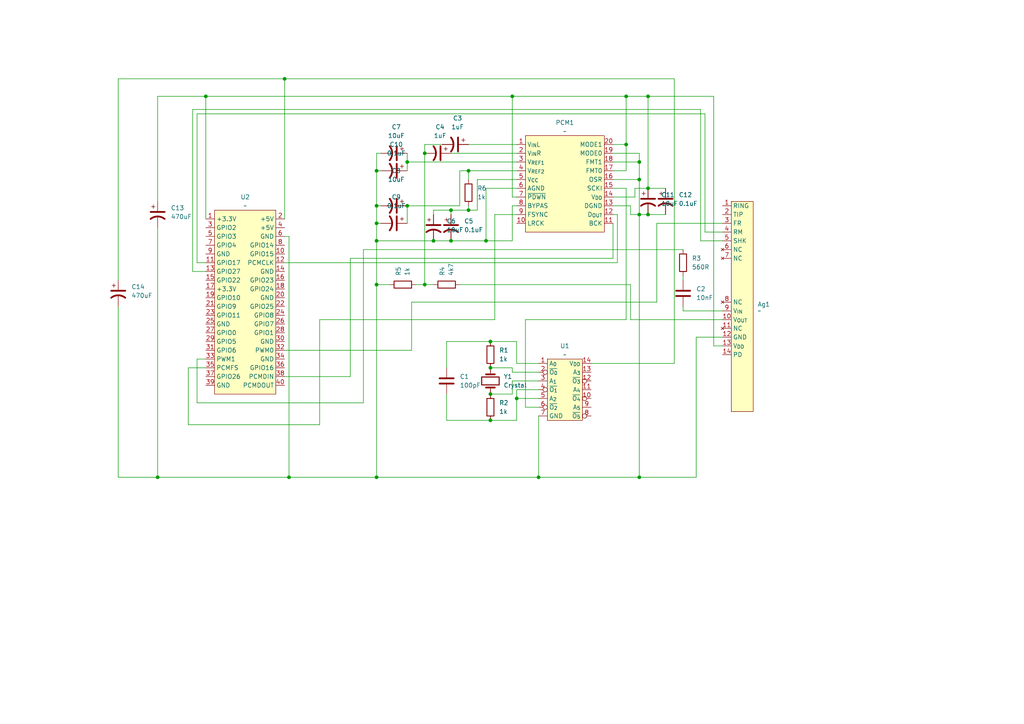
<source format=kicad_sch>
(kicad_sch (version 20231120) (generator "eeschema") (generator_version "8.0")
  (paper "A4")
  (lib_symbols
    (symbol "74xx:74F04PC"
      (property "Reference" "U" (at 0 0 0))
      (symbol "74F04PC_0_1"
        (rectangle (start -5.08 8.89) (end -5.08 8.89))
        (rectangle (start -5.08 8.89) (end 5.08 -8.89) (fill (type background)))
      )
      (symbol "74F04PC_1_1"
        (pin input line (at -7.62 7.62 0) (length 2.54) (name "A_{0}") (number "1"))
        (pin output inverted (at 7.62 -2.54 180) (length 2.54) (name "~{O_{4}}") (number "10"))
        (pin input line (at 7.62 0 180) (length 2.54) (name "A_{4}") (number "11"))
        (pin output inverted (at 7.62 2.54 180) (length 2.54) (name "~{O_{3}}") (number "12"))
        (pin input line (at 7.62 5.08 180) (length 2.54) (name "A_{3}") (number "13"))
        (pin power_in line (at 7.62 7.62 180) (length 2.54) (name "V_{DD}") (number "14"))
        (pin output inverted (at -7.62 5.08 0) (length 2.54) (name "~{O_{0}}") (number "2"))
        (pin input line (at -7.62 2.54 0) (length 2.54) (name "A_{1}") (number "3"))
        (pin output inverted (at -7.62 0 0) (length 2.54) (name "~{O_{1}}") (number "4"))
        (pin input line (at -7.62 -2.54 0) (length 2.54) (name "A_{2}") (number "5"))
        (pin output inverted (at -7.62 -5.08 0) (length 2.54) (name "~{O_{2}}") (number "6"))
        (pin power_in line (at -7.62 -7.62 0) (length 2.54) (name "GND") (number "7"))
        (pin output inverted (at 7.62 -7.62 180) (length 2.54) (name "~{O_{5}}") (number "8"))
        (pin input line (at 7.62 -5.08 180) (length 2.54) (name "A_{5}") (number "9"))
      )
    )
    (symbol "Audio:PCM1802"
      (property "Reference" "PCM1802" (at 0 0 0))
      (symbol "PCM1802_0_1"
        (rectangle (start -11.43 13.97) (end 11.43 -13.97) (fill (type background)))
      )
      (symbol "PCM1802_1_1"
        (pin input line (at -13.97 11.43 0) (length 2.54) (name "V_{IN}L") (number "1"))
        (pin bidirectional line (at -13.97 -11.43 0) (length 2.54) (name "LRCK") (number "10"))
        (pin bidirectional line (at 13.97 -11.43 180) (length 2.54) (name "BCK") (number "11"))
        (pin output line (at 13.97 -8.89 180) (length 2.54) (name "D_{OUT}") (number "12"))
        (pin power_in line (at 13.97 -6.35 180) (length 2.54) (name "DGND") (number "13"))
        (pin power_in line (at 13.97 -3.81 180) (length 2.54) (name "V_{DD}") (number "14"))
        (pin bidirectional line (at 13.97 -1.27 180) (length 2.54) (name "SCKI") (number "15"))
        (pin input line (at 13.97 1.27 180) (length 2.54) (name "OSR") (number "16"))
        (pin input line (at 13.97 3.81 180) (length 2.54) (name "FMT0") (number "17"))
        (pin input line (at 13.97 6.35 180) (length 2.54) (name "FMT1") (number "18"))
        (pin input line (at 13.97 8.89 180) (length 2.54) (name "MODE0") (number "19"))
        (pin input line (at -13.97 8.89 0) (length 2.54) (name "V_{IN}R") (number "2"))
        (pin input line (at 13.97 11.43 180) (length 2.54) (name "MODE1") (number "20"))
        (pin input line (at -13.97 6.35 0) (length 2.54) (name "V_{REF1}") (number "3"))
        (pin input line (at -13.97 3.81 0) (length 2.54) (name "V_{REF2}") (number "4"))
        (pin power_in line (at -13.97 1.27 0) (length 2.54) (name "V_{CC}") (number "5"))
        (pin power_in line (at -13.97 -1.27 0) (length 2.54) (name "AGND") (number "6"))
        (pin input line (at -13.97 -3.81 0) (length 2.54) (name "~{PDWN}") (number "7"))
        (pin input line (at -13.97 -6.35 0) (length 2.54) (name "BYPAS") (number "8"))
        (pin bidirectional line (at -13.97 -8.89 0) (length 2.54) (name "FSYNC") (number "9"))
      )
    )
    (symbol "Connector:Raspberry_Pi_W"
      (property "Reference" "U" (at 0 0 0))
      (symbol "Raspberry_Pi_W_0_1"
        (rectangle (start -8.89 26.67) (end 8.89 -26.67) (fill (type background)))
      )
      (symbol "Raspberry_Pi_W_1_1"
        (pin power_out line (at -11.43 24.13 0) (length 2.54) (name "+3.3V") (number "1"))
        (pin bidirectional line (at 11.43 13.97 180) (length 2.54) (name "GPIO15") (number "10"))
        (pin bidirectional line (at -11.43 11.43 0) (length 2.54) (name "GPIO17") (number "11"))
        (pin bidirectional line (at 11.43 11.43 180) (length 2.54) (name "PCMCLK") (number "12"))
        (pin bidirectional line (at -11.43 8.89 0) (length 2.54) (name "GPIO27") (number "13"))
        (pin power_out line (at 11.43 8.89 180) (length 2.54) (name "GND") (number "14"))
        (pin bidirectional line (at -11.43 6.35 0) (length 2.54) (name "GPIO22") (number "15"))
        (pin bidirectional line (at 11.43 6.35 180) (length 2.54) (name "GPIO23") (number "16"))
        (pin power_out line (at -11.43 3.81 0) (length 2.54) (name "+3.3V") (number "17"))
        (pin bidirectional line (at 11.43 3.81 180) (length 2.54) (name "GPIO24") (number "18"))
        (pin bidirectional line (at -11.43 1.27 0) (length 2.54) (name "GPIO10") (number "19"))
        (pin power_out line (at 11.43 24.13 180) (length 2.54) (name "+5V") (number "2"))
        (pin power_out line (at 11.43 1.27 180) (length 2.54) (name "GND") (number "20"))
        (pin bidirectional line (at -11.43 -1.27 0) (length 2.54) (name "GPIO9") (number "21"))
        (pin bidirectional line (at 11.43 -1.27 180) (length 2.54) (name "GPIO25") (number "22"))
        (pin bidirectional line (at -11.43 -3.81 0) (length 2.54) (name "GPIO11") (number "23"))
        (pin bidirectional line (at 11.43 -3.81 180) (length 2.54) (name "GPIO8") (number "24"))
        (pin power_out line (at -11.43 -6.35 0) (length 2.54) (name "GND") (number "25"))
        (pin bidirectional line (at 11.43 -6.35 180) (length 2.54) (name "GPIO7") (number "26"))
        (pin bidirectional line (at -11.43 -8.89 0) (length 2.54) (name "GPIO0") (number "27"))
        (pin bidirectional line (at 11.43 -8.89 180) (length 2.54) (name "GPIO1") (number "28"))
        (pin bidirectional line (at -11.43 -11.43 0) (length 2.54) (name "GPIO5") (number "29"))
        (pin bidirectional line (at -11.43 21.59 0) (length 2.54) (name "GPIO2") (number "3"))
        (pin power_out line (at 11.43 -11.43 180) (length 2.54) (name "GND") (number "30"))
        (pin bidirectional line (at -11.43 -13.97 0) (length 2.54) (name "GPIO6") (number "31"))
        (pin bidirectional line (at 11.43 -13.97 180) (length 2.54) (name "PWM0") (number "32"))
        (pin bidirectional line (at -11.43 -16.51 0) (length 2.54) (name "PWM1") (number "33"))
        (pin power_out line (at 11.43 -16.51 180) (length 2.54) (name "GND") (number "34"))
        (pin bidirectional line (at -11.43 -19.05 0) (length 2.54) (name "PCMFS") (number "35"))
        (pin bidirectional line (at 11.43 -19.05 180) (length 2.54) (name "GPIO16") (number "36"))
        (pin bidirectional line (at -11.43 -21.59 0) (length 2.54) (name "GPIO26") (number "37"))
        (pin bidirectional line (at 11.43 -21.59 180) (length 2.54) (name "PCMDIN") (number "38"))
        (pin power_out line (at -11.43 -24.13 0) (length 2.54) (name "GND") (number "39"))
        (pin power_out line (at 11.43 21.59 180) (length 2.54) (name "+5V") (number "4"))
        (pin bidirectional line (at 11.43 -24.13 180) (length 2.54) (name "PCMDOUT") (number "40"))
        (pin bidirectional line (at -11.43 19.05 0) (length 2.54) (name "GPIO3") (number "5"))
        (pin power_out line (at 11.43 19.05 180) (length 2.54) (name "GND") (number "6"))
        (pin bidirectional line (at -11.43 16.51 0) (length 2.54) (name "GPIO4") (number "7"))
        (pin bidirectional line (at 11.43 16.51 180) (length 2.54) (name "GPIO14") (number "8"))
        (pin power_out line (at -11.43 13.97 0) (length 2.54) (name "GND") (number "9"))
      )
    )
    (symbol "Device:C" (pin_numbers hide) (pin_names (offset 0.254))
      (property "Reference" "C" (at 0.635 2.54 0))
      (property "Value" "C" (at 0.635 -2.54 0))
      (symbol "C_0_1"
        (polyline (pts (xy -2.032 -0.762) (xy 2.032 -0.762)) (stroke (width 0.508)))
        (polyline (pts (xy -2.032 0.762) (xy 2.032 0.762)) (stroke (width 0.508)))
      )
      (symbol "C_1_1"
        (pin passive line (at 0 3.81 270) (length 2.794) (name "~") (number "1"))
        (pin passive line (at 0 -3.81 90) (length 2.794) (name "~") (number "2"))
      )
    )
    (symbol "Device:C_Polarized_US" (pin_numbers hide) (pin_names (offset 0.254) hide)
      (property "Reference" "C" (at 0.635 2.54 0))
      (property "Value" "C_Polarized_US" (at 0.635 -2.54 0))
      (symbol "C_Polarized_US_0_1"
        (polyline (pts (xy -2.032 0.762) (xy 2.032 0.762)) (stroke (width 0.508)))
        (polyline (pts (xy -1.778 2.286) (xy -0.762 2.286)))
        (polyline (pts (xy -1.27 1.778) (xy -1.27 2.794)))
        (arc (start 2.032 -1.27) (mid 0 -0.5572) (end -2.032 -1.27) (stroke (width 0.508)))
      )
      (symbol "C_Polarized_US_1_1"
        (pin passive line (at 0 3.81 270) (length 2.794) (name "~") (number "1"))
        (pin passive line (at 0 -3.81 90) (length 3.302) (name "~") (number "2"))
      )
    )
    (symbol "Device:Crystal" (pin_numbers hide) (pin_names (offset 1.016) hide)
      (property "Reference" "Y" (at 0 3.81 0))
      (property "Value" "Crystal" (at 0 -3.81 0))
      (symbol "Crystal_0_1"
        (rectangle (start -1.143 2.54) (end 1.143 -2.54) (stroke (width 0.3048)))
        (polyline (pts (xy -2.54 0) (xy -1.905 0)))
        (polyline (pts (xy -1.905 -1.27) (xy -1.905 1.27)) (stroke (width 0.508)))
        (polyline (pts (xy 1.905 -1.27) (xy 1.905 1.27)) (stroke (width 0.508)))
        (polyline (pts (xy 2.54 0) (xy 1.905 0)))
      )
      (symbol "Crystal_1_1"
        (pin passive line (at -3.81 0 0) (length 1.27) (name "1") (number "1"))
        (pin passive line (at 3.81 0 180) (length 1.27) (name "2") (number "2"))
      )
    )
    (symbol "Device:R" (pin_numbers hide) (pin_names (offset 0))
      (property "Reference" "R" (at 2.032 0 90))
      (property "Value" "R" (at 0 0 90))
      (symbol "R_0_1"
        (rectangle (start -1.016 -2.54) (end 1.016 2.54) (stroke (width 0.254)))
      )
      (symbol "R_1_1"
        (pin passive line (at 0 3.81 270) (length 1.27) (name "~") (number "1"))
        (pin passive line (at 0 -3.81 90) (length 1.27) (name "~") (number "2"))
      )
    )
    (symbol "Interface_Telecom:Ag1171"
      (property "Reference" "Ag1171" (at 0 6.858 0))
      (symbol "Ag1171_0_1"
        (rectangle (start -2.54 5.08) (end 3.81 -55.88) (fill (type background)))
      )
      (symbol "Ag1171_1_1"
        (pin bidirectional line (at -5.08 3.81 0) (length 2.54) (name "RING") (number "1"))
        (pin output line (at -5.08 -29.21 0) (length 2.54) (name "V_{OUT}") (number "10"))
        (pin no_connect line (at -5.08 -31.75 0) (length 2.54) (name "NC") (number "11"))
        (pin power_in line (at -5.08 -34.29 0) (length 2.54) (name "GND") (number "12"))
        (pin power_in line (at -5.08 -36.83 0) (length 2.54) (name "V_{DD}") (number "13"))
        (pin input line (at -5.08 -39.37 0) (length 2.54) (name "PD") (number "14"))
        (pin bidirectional line (at -5.08 1.27 0) (length 2.54) (name "TIP") (number "2"))
        (pin input line (at -5.08 -1.27 0) (length 2.54) (name "FR") (number "3"))
        (pin input line (at -5.08 -3.81 0) (length 2.54) (name "RM") (number "4"))
        (pin output line (at -5.08 -6.35 0) (length 2.54) (name "SHK") (number "5"))
        (pin no_connect line (at -5.08 -8.89 0) (length 2.54) (name "NC") (number "6"))
        (pin no_connect line (at -5.08 -11.43 0) (length 2.54) (name "NC") (number "7"))
        (pin no_connect line (at -5.08 -24.13 0) (length 2.54) (name "NC") (number "8"))
        (pin input line (at -5.08 -26.67 0) (length 2.54) (name "V_{IN}") (number "9"))
      )
    )
  )
  (junction (at 156.21 138.43))
  (junction (at 181.61 41.91))
  (junction (at 142.24 121.92))
  (junction (at 109.22 64.77))
  (junction (at 142.24 114.3))
  (junction (at 123.19 44.45))
  (junction (at 130.81 60.96))
  (junction (at 149.86 115.57))
  (junction (at 187.96 62.23))
  (junction (at 82.55 22.86))
  (junction (at 185.42 52.07))
  (junction (at 185.42 62.23))
  (junction (at 59.69 27.94))
  (junction (at 187.96 54.61))
  (junction (at 109.22 82.55))
  (junction (at 123.19 82.55))
  (junction (at 181.61 27.94))
  (junction (at 109.22 69.85))
  (junction (at 142.24 106.68))
  (junction (at 140.97 69.85))
  (junction (at 135.89 60.96))
  (junction (at 118.11 59.69))
  (junction (at 135.89 49.53))
  (junction (at 148.59 27.94))
  (junction (at 185.42 46.99))
  (junction (at 185.42 138.43))
  (junction (at 109.22 138.43))
  (junction (at 83.82 138.43))
  (junction (at 125.73 69.85))
  (junction (at 130.81 69.85))
  (junction (at 109.22 49.53))
  (junction (at 109.22 59.69))
  (junction (at 187.96 27.94))
  (junction (at 142.24 99.06))
  (junction (at 45.72 138.43))
  (junction (at 118.11 46.99))
  (wire (pts (xy 177.8 59.69) (xy 182.88 59.69)))
  (wire (pts (xy 57.15 33.02) (xy 57.15 76.2)))
  (wire (pts (xy 82.55 101.6) (xy 119.38 101.6)))
  (wire (pts (xy 181.61 54.61) (xy 177.8 54.61)))
  (wire (pts (xy 187.96 54.61) (xy 193.04 54.61)))
  (wire (pts (xy 105.41 72.39) (xy 198.12 72.39)))
  (wire (pts (xy 109.22 69.85) (xy 125.73 69.85)))
  (wire (pts (xy 133.35 59.69) (xy 133.35 49.53)))
  (wire (pts (xy 204.47 67.31) (xy 204.47 33.02)))
  (wire (pts (xy 142.24 121.92) (xy 149.86 121.92)))
  (wire (pts (xy 125.73 69.85) (xy 130.81 69.85)))
  (wire (pts (xy 123.19 44.45) (xy 123.19 82.55)))
  (wire (pts (xy 54.61 106.68) (xy 59.69 106.68)))
  (wire (pts (xy 82.55 22.86) (xy 195.58 22.86)))
  (wire (pts (xy 123.19 41.91) (xy 123.19 44.45)))
  (wire (pts (xy 203.2 31.75) (xy 203.2 69.85)))
  (wire (pts (xy 128.27 41.91) (xy 123.19 41.91)))
  (wire (pts (xy 130.81 44.45) (xy 149.86 44.45)))
  (wire (pts (xy 129.54 121.92) (xy 142.24 121.92)))
  (wire (pts (xy 45.72 27.94) (xy 45.72 58.42)))
  (wire (pts (xy 182.88 62.23) (xy 185.42 62.23)))
  (wire (pts (xy 110.49 59.69) (xy 109.22 59.69)))
  (wire (pts (xy 187.96 54.61) (xy 184.15 54.61)))
  (wire (pts (xy 119.38 87.63) (xy 190.5 87.63)))
  (wire (pts (xy 182.88 82.55) (xy 182.88 92.71)))
  (wire (pts (xy 148.59 110.49) (xy 156.21 110.49)))
  (wire (pts (xy 125.73 60.96) (xy 130.81 60.96)))
  (wire (pts (xy 149.86 46.99) (xy 118.11 46.99)))
  (wire (pts (xy 149.86 105.41) (xy 149.86 99.06)))
  (wire (pts (xy 185.42 62.23) (xy 185.42 138.43)))
  (wire (pts (xy 209.55 100.33) (xy 207.01 100.33)))
  (wire (pts (xy 83.82 138.43) (xy 109.22 138.43)))
  (wire (pts (xy 185.42 138.43) (xy 201.93 138.43)))
  (wire (pts (xy 55.88 78.74) (xy 55.88 31.75)))
  (wire (pts (xy 142.24 106.68) (xy 148.59 106.68)))
  (wire (pts (xy 138.43 52.07) (xy 138.43 60.96)))
  (wire (pts (xy 149.86 59.69) (xy 148.59 59.69)))
  (wire (pts (xy 118.11 44.45) (xy 118.11 46.99)))
  (wire (pts (xy 181.61 49.53) (xy 181.61 41.91)))
  (wire (pts (xy 133.35 82.55) (xy 182.88 82.55)))
  (wire (pts (xy 135.89 60.96) (xy 130.81 60.96)))
  (wire (pts (xy 138.43 52.07) (xy 149.86 52.07)))
  (wire (pts (xy 209.55 67.31) (xy 204.47 67.31)))
  (wire (pts (xy 148.59 27.94) (xy 148.59 57.15)))
  (wire (pts (xy 54.61 123.19) (xy 54.61 106.68)))
  (wire (pts (xy 148.59 69.85) (xy 140.97 69.85)))
  (wire (pts (xy 204.47 33.02) (xy 57.15 33.02)))
  (wire (pts (xy 109.22 49.53) (xy 109.22 59.69)))
  (wire (pts (xy 118.11 46.99) (xy 118.11 49.53)))
  (wire (pts (xy 156.21 118.11) (xy 152.4 118.11)))
  (wire (pts (xy 195.58 105.41) (xy 195.58 22.86)))
  (wire (pts (xy 135.89 59.69) (xy 135.89 60.96)))
  (wire (pts (xy 187.96 62.23) (xy 193.04 62.23)))
  (wire (pts (xy 57.15 104.14) (xy 59.69 104.14)))
  (wire (pts (xy 92.71 123.19) (xy 54.61 123.19)))
  (wire (pts (xy 203.2 69.85) (xy 209.55 69.85)))
  (wire (pts (xy 149.86 49.53) (xy 135.89 49.53)))
  (wire (pts (xy 149.86 57.15) (xy 148.59 57.15)))
  (wire (pts (xy 118.11 59.69) (xy 133.35 59.69)))
  (wire (pts (xy 177.8 46.99) (xy 185.42 46.99)))
  (wire (pts (xy 198.12 80.01) (xy 198.12 81.28)))
  (wire (pts (xy 45.72 138.43) (xy 83.82 138.43)))
  (wire (pts (xy 185.42 44.45) (xy 185.42 46.99)))
  (wire (pts (xy 148.59 114.3) (xy 142.24 114.3)))
  (wire (pts (xy 59.69 27.94) (xy 148.59 27.94)))
  (wire (pts (xy 109.22 64.77) (xy 109.22 69.85)))
  (wire (pts (xy 177.8 57.15) (xy 184.15 57.15)))
  (wire (pts (xy 140.97 54.61) (xy 149.86 54.61)))
  (wire (pts (xy 198.12 90.17) (xy 209.55 90.17)))
  (wire (pts (xy 109.22 49.53) (xy 110.49 49.53)))
  (wire (pts (xy 34.29 22.86) (xy 82.55 22.86)))
  (wire (pts (xy 185.42 62.23) (xy 187.96 62.23)))
  (wire (pts (xy 182.88 59.69) (xy 182.88 62.23)))
  (wire (pts (xy 59.69 27.94) (xy 59.69 63.5)))
  (wire (pts (xy 109.22 82.55) (xy 113.03 82.55)))
  (wire (pts (xy 82.55 22.86) (xy 82.55 63.5)))
  (wire (pts (xy 135.89 41.91) (xy 149.86 41.91)))
  (wire (pts (xy 149.86 113.03) (xy 149.86 115.57)))
  (wire (pts (xy 83.82 68.58) (xy 83.82 138.43)))
  (wire (pts (xy 109.22 82.55) (xy 109.22 69.85)))
  (wire (pts (xy 110.49 44.45) (xy 109.22 44.45)))
  (wire (pts (xy 185.42 52.07) (xy 185.42 62.23)))
  (wire (pts (xy 148.59 59.69) (xy 148.59 69.85)))
  (wire (pts (xy 109.22 82.55) (xy 109.22 138.43)))
  (wire (pts (xy 152.4 118.11) (xy 152.4 92.71)))
  (wire (pts (xy 109.22 64.77) (xy 109.22 59.69)))
  (wire (pts (xy 187.96 62.23) (xy 187.96 59.69)))
  (wire (pts (xy 156.21 120.65) (xy 156.21 138.43)))
  (wire (pts (xy 133.35 49.53) (xy 135.89 49.53)))
  (wire (pts (xy 34.29 22.86) (xy 34.29 81.28)))
  (wire (pts (xy 125.73 62.23) (xy 125.73 60.96)))
  (wire (pts (xy 207.01 100.33) (xy 207.01 27.94)))
  (wire (pts (xy 177.8 52.07) (xy 185.42 52.07)))
  (wire (pts (xy 143.51 62.23) (xy 143.51 92.71)))
  (wire (pts (xy 149.86 115.57) (xy 149.86 121.92)))
  (wire (pts (xy 82.55 76.2) (xy 179.07 76.2)))
  (wire (pts (xy 143.51 92.71) (xy 92.71 92.71)))
  (wire (pts (xy 156.21 105.41) (xy 149.86 105.41)))
  (wire (pts (xy 201.93 97.79) (xy 209.55 97.79)))
  (wire (pts (xy 129.54 99.06) (xy 129.54 106.68)))
  (wire (pts (xy 149.86 113.03) (xy 156.21 113.03)))
  (wire (pts (xy 181.61 41.91) (xy 181.61 27.94)))
  (wire (pts (xy 149.86 115.57) (xy 156.21 115.57)))
  (wire (pts (xy 201.93 138.43) (xy 201.93 97.79)))
  (wire (pts (xy 109.22 64.77) (xy 110.49 64.77)))
  (wire (pts (xy 109.22 44.45) (xy 109.22 49.53)))
  (wire (pts (xy 184.15 54.61) (xy 184.15 57.15)))
  (wire (pts (xy 171.45 105.41) (xy 195.58 105.41)))
  (wire (pts (xy 148.59 27.94) (xy 181.61 27.94)))
  (wire (pts (xy 148.59 107.95) (xy 148.59 106.68)))
  (wire (pts (xy 138.43 60.96) (xy 135.89 60.96)))
  (wire (pts (xy 185.42 46.99) (xy 185.42 52.07)))
  (wire (pts (xy 182.88 92.71) (xy 209.55 92.71)))
  (wire (pts (xy 82.55 68.58) (xy 83.82 68.58)))
  (wire (pts (xy 177.8 74.93) (xy 177.8 64.77)))
  (wire (pts (xy 140.97 69.85) (xy 140.97 54.61)))
  (wire (pts (xy 34.29 138.43) (xy 45.72 138.43)))
  (wire (pts (xy 179.07 62.23) (xy 179.07 76.2)))
  (wire (pts (xy 149.86 62.23) (xy 143.51 62.23)))
  (wire (pts (xy 177.8 41.91) (xy 181.61 41.91)))
  (wire (pts (xy 118.11 59.69) (xy 118.11 64.77)))
  (wire (pts (xy 59.69 78.74) (xy 55.88 78.74)))
  (wire (pts (xy 123.19 82.55) (xy 125.73 82.55)))
  (wire (pts (xy 135.89 49.53) (xy 135.89 52.07)))
  (wire (pts (xy 57.15 76.2) (xy 59.69 76.2)))
  (wire (pts (xy 120.65 82.55) (xy 123.19 82.55)))
  (wire (pts (xy 101.6 109.22) (xy 82.55 109.22)))
  (wire (pts (xy 142.24 99.06) (xy 129.54 99.06)))
  (wire (pts (xy 45.72 66.04) (xy 45.72 138.43)))
  (wire (pts (xy 152.4 92.71) (xy 181.61 92.71)))
  (wire (pts (xy 55.88 31.75) (xy 203.2 31.75)))
  (wire (pts (xy 187.96 27.94) (xy 187.96 54.61)))
  (wire (pts (xy 181.61 27.94) (xy 187.96 27.94)))
  (wire (pts (xy 177.8 62.23) (xy 179.07 62.23)))
  (wire (pts (xy 34.29 88.9) (xy 34.29 138.43)))
  (wire (pts (xy 129.54 114.3) (xy 129.54 121.92)))
  (wire (pts (xy 190.5 87.63) (xy 190.5 64.77)))
  (wire (pts (xy 198.12 88.9) (xy 198.12 90.17)))
  (wire (pts (xy 130.81 62.23) (xy 130.81 60.96)))
  (wire (pts (xy 156.21 107.95) (xy 148.59 107.95)))
  (wire (pts (xy 101.6 74.93) (xy 177.8 74.93)))
  (wire (pts (xy 105.41 72.39) (xy 105.41 116.84)))
  (wire (pts (xy 149.86 99.06) (xy 142.24 99.06)))
  (wire (pts (xy 148.59 110.49) (xy 148.59 114.3)))
  (wire (pts (xy 119.38 101.6) (xy 119.38 87.63)))
  (wire (pts (xy 57.15 116.84) (xy 57.15 104.14)))
  (wire (pts (xy 190.5 64.77) (xy 209.55 64.77)))
  (wire (pts (xy 105.41 116.84) (xy 57.15 116.84)))
  (wire (pts (xy 109.22 138.43) (xy 156.21 138.43)))
  (wire (pts (xy 130.81 69.85) (xy 140.97 69.85)))
  (wire (pts (xy 59.69 27.94) (xy 45.72 27.94)))
  (wire (pts (xy 187.96 27.94) (xy 207.01 27.94)))
  (wire (pts (xy 92.71 92.71) (xy 92.71 123.19)))
  (wire (pts (xy 181.61 92.71) (xy 181.61 54.61)))
  (wire (pts (xy 156.21 138.43) (xy 185.42 138.43)))
  (wire (pts (xy 177.8 49.53) (xy 181.61 49.53)))
  (wire (pts (xy 177.8 44.45) (xy 185.42 44.45)))
  (wire (pts (xy 101.6 74.93) (xy 101.6 109.22)))
  (symbol (lib_id "Audio:PCM1802") (at 163.83 53.34 0) (unit 1)
    (property "Reference" "PCM1" (at 163.83 35.56 0))
    (property "Value" "~" (at 163.83 38.1 0))
    (property "Datasheet" "https://www.ti.com/lit/ds/symlink/pcm1802.pdf" (effects (hide yes)))
    (property "Description" "Single-Ended Analog-Input 24-Bit, 96-kHz Stereo A/D Converter" (effects (hide yes)))
  )
  (symbol (lib_id "Interface_Telecom:Ag1171") (at 214.63 63.5 0) (unit 1)
    (property "Reference" "Ag1" (at 219.71 88.2649 0) (effects (justify left)))
    (property "Value" "~" (at 219.71 90.17 0) (effects (justify left)))
    (property "Datasheet" "https://www.silvertel.com/images/datasheets/Ag1171-datasheet-Low-cost-ringing-SLIC-with-single-supply.pdf" (effects (hide yes)))
    (property "Description" "+3.3V / +5.0V Low Power Ringing SLIC" (effects (hide yes)))
  )
  (symbol (lib_id "74xx:74F04PC") (at 163.83 113.03 0) (unit 1)
    (property "Reference" "U1" (at 163.83 100.33 0))
    (property "Value" "~" (at 163.83 102.87 0))
  )
  (symbol (lib_id "Device:R") (at 142.24 118.11 180) (unit 1)
    (property "Reference" "R2" (at 144.78 116.8399 0) (effects (justify right)))
    (property "Value" "1k" (at 144.78 119.3799 0) (effects (justify right)))
    (property "Description" "Resistor" (effects (hide yes)))
  )
  (symbol (lib_id "Device:C_Polarized_US") (at 193.04 58.42 0) (unit 1)
    (property "Reference" "C12" (at 196.85 56.5149 0) (effects (justify left)))
    (property "Value" "0.1uF" (at 196.85 59.0549 0) (effects (justify left)))
    (property "Description" "Polarized capacitor, US symbol" (effects (hide yes)))
  )
  (symbol (lib_id "Device:C_Polarized_US") (at 132.08 41.91 270) (unit 1)
    (property "Reference" "C3" (at 132.715 34.29 90))
    (property "Value" "1uF" (at 132.715 36.83 90))
    (property "Description" "Polarized capacitor, US symbol" (effects (hide yes)))
  )
  (symbol (lib_id "Device:R") (at 129.54 82.55 270) (unit 1)
    (property "Reference" "R4" (at 128.2699 80.01 0) (effects (justify right)))
    (property "Value" "4k7" (at 130.8099 80.01 0) (effects (justify right)))
    (property "Description" "Resistor" (effects (hide yes)))
  )
  (symbol (lib_id "Device:C") (at 129.54 110.49 0) (unit 1)
    (property "Reference" "C1" (at 133.35 109.2199 0) (effects (justify left)))
    (property "Value" "100pF" (at 133.35 111.7599 0) (effects (justify left)))
    (property "Description" "Unpolarized capacitor" (effects (hide yes)))
  )
  (symbol (lib_id "Connector:Raspberry_Pi_W") (at 71.12 87.63 0) (unit 1)
    (property "Reference" "U2" (at 71.12 57.15 0))
    (property "Value" "~" (at 71.12 59.69 0))
  )
  (symbol (lib_id "Device:C_Polarized_US") (at 114.3 44.45 270) (unit 1)
    (property "Reference" "C7" (at 114.935 36.83 90))
    (property "Value" "10uF" (at 114.935 39.37 90))
    (property "Description" "Polarized capacitor, US symbol" (effects (hide yes)))
  )
  (symbol (lib_id "Device:C_Polarized_US") (at 114.3 64.77 270) (unit 1)
    (property "Reference" "C9" (at 114.935 57.15 90))
    (property "Value" "0.1uF" (at 114.935 59.69 90))
    (property "Description" "Polarized capacitor, US symbol" (effects (hide yes)))
  )
  (symbol (lib_id "Device:R") (at 142.24 102.87 180) (unit 1)
    (property "Reference" "R1" (at 144.78 101.5999 0) (effects (justify right)))
    (property "Value" "1k" (at 144.78 104.1399 0) (effects (justify right)))
    (property "Description" "Resistor" (effects (hide yes)))
  )
  (symbol (lib_id "Device:C_Polarized_US") (at 45.72 62.23 0) (unit 1)
    (property "Reference" "C13" (at 49.53 60.3249 0) (effects (justify left)))
    (property "Value" "470uF" (at 49.53 62.8649 0) (effects (justify left)))
    (property "Description" "Polarized capacitor, US symbol" (effects (hide yes)))
  )
  (symbol (lib_id "Device:Crystal") (at 142.24 110.49 90) (unit 1)
    (property "Reference" "Y1" (at 146.05 109.2199 90) (effects (justify right)))
    (property "Value" "Crystal" (at 146.05 111.7599 90) (effects (justify right)))
    (property "Description" "Two pin crystal" (effects (hide yes)))
  )
  (symbol (lib_id "Device:C_Polarized_US") (at 114.3 59.69 270) (unit 1)
    (property "Reference" "C8" (at 114.935 49.53 90))
    (property "Value" "10uF" (at 114.935 52.07 90))
    (property "Description" "Polarized capacitor, US symbol" (effects (hide yes)))
  )
  (symbol (lib_id "Device:C_Polarized_US") (at 114.3 49.53 270) (unit 1)
    (property "Reference" "C10" (at 114.935 41.91 90))
    (property "Value" "0.1uF" (at 114.935 44.45 90))
    (property "Description" "Polarized capacitor, US symbol" (effects (hide yes)))
  )
  (symbol (lib_id "Device:C_Polarized_US") (at 125.73 66.04 0) (unit 1)
    (property "Reference" "C6" (at 129.54 64.1349 0) (effects (justify left)))
    (property "Value" "10uF" (at 129.54 66.6749 0) (effects (justify left)))
    (property "Description" "Polarized capacitor, US symbol" (effects (hide yes)))
  )
  (symbol (lib_id "Device:C_Polarized_US") (at 127 44.45 270) (unit 1)
    (property "Reference" "C4" (at 127.635 36.83 90))
    (property "Value" "1uF" (at 127.635 39.37 90))
    (property "Description" "Polarized capacitor, US symbol" (effects (hide yes)))
  )
  (symbol (lib_id "Device:C_Polarized_US") (at 187.96 58.42 0) (unit 1)
    (property "Reference" "C11" (at 191.77 56.5149 0) (effects (justify left)))
    (property "Value" "10uF" (at 191.77 59.0549 0) (effects (justify left)))
    (property "Description" "Polarized capacitor, US symbol" (effects (hide yes)))
  )
  (symbol (lib_id "Device:C_Polarized_US") (at 34.29 85.09 0) (unit 1)
    (property "Reference" "C14" (at 38.1 83.1849 0) (effects (justify left)))
    (property "Value" "470uF" (at 38.1 85.7249 0) (effects (justify left)))
    (property "Description" "Polarized capacitor, US symbol" (effects (hide yes)))
  )
  (symbol (lib_id "Device:C") (at 198.12 85.09 0) (unit 1)
    (property "Reference" "C2" (at 201.93 83.8199 0) (effects (justify left)))
    (property "Value" "10nF" (at 201.93 86.3599 0) (effects (justify left)))
    (property "Description" "Unpolarized capacitor" (effects (hide yes)))
  )
  (symbol (lib_id "Device:R") (at 135.89 55.88 180) (unit 1)
    (property "Reference" "R6" (at 138.43 54.6099 0) (effects (justify right)))
    (property "Value" "1k" (at 138.43 57.1499 0) (effects (justify right)))
    (property "Description" "Resistor" (effects (hide yes)))
  )
  (symbol (lib_id "Device:R") (at 198.12 76.2 180) (unit 1)
    (property "Reference" "R3" (at 200.66 74.9299 0) (effects (justify right)))
    (property "Value" "560R" (at 200.66 77.4699 0) (effects (justify right)))
    (property "Description" "Resistor" (effects (hide yes)))
  )
  (symbol (lib_id "Device:R") (at 116.84 82.55 270) (unit 1)
    (property "Reference" "R5" (at 115.5699 80.01 0) (effects (justify right)))
    (property "Value" "1k" (at 118.1099 80.01 0) (effects (justify right)))
    (property "Description" "Resistor" (effects (hide yes)))
  )
  (symbol (lib_id "Device:C_Polarized_US") (at 130.81 66.04 0) (unit 1)
    (property "Reference" "C5" (at 134.62 64.1349 0) (effects (justify left)))
    (property "Value" "0.1uF" (at 134.62 66.6749 0) (effects (justify left)))
    (property "Description" "Polarized capacitor, US symbol" (effects (hide yes)))
  )
)
</source>
